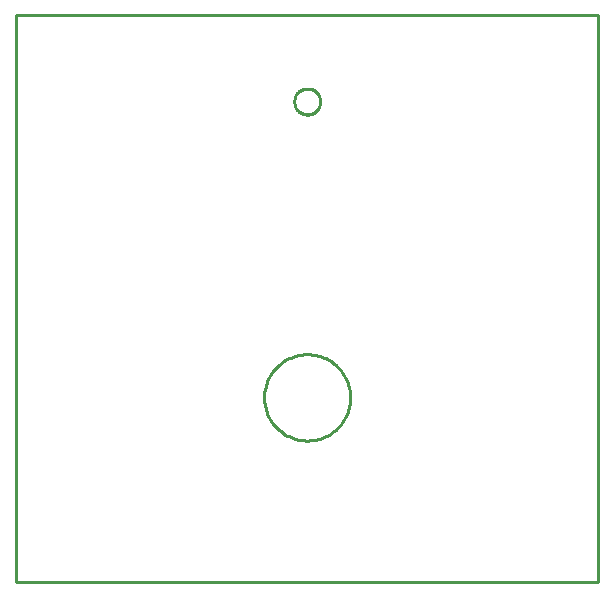
<source format=gbr>
G04 EAGLE Gerber RS-274X export*
G75*
%MOMM*%
%FSLAX34Y34*%
%LPD*%
%IN*%
%IPPOS*%
%AMOC8*
5,1,8,0,0,1.08239X$1,22.5*%
G01*
%ADD10C,0.254000*%


D10*
X8500Y0D02*
X501500Y0D01*
X501500Y480000D01*
X8500Y480000D01*
X8500Y0D01*
X291500Y155657D02*
X291422Y153972D01*
X291267Y152293D01*
X291033Y150622D01*
X290724Y148964D01*
X290337Y147322D01*
X289876Y145700D01*
X289340Y144101D01*
X288731Y142528D01*
X288049Y140985D01*
X287298Y139476D01*
X286477Y138002D01*
X285589Y136568D01*
X284636Y135177D01*
X283619Y133831D01*
X282542Y132533D01*
X281406Y131287D01*
X280213Y130094D01*
X278967Y128958D01*
X277669Y127881D01*
X276323Y126864D01*
X274932Y125911D01*
X273498Y125023D01*
X272024Y124202D01*
X270515Y123451D01*
X268972Y122769D01*
X267399Y122160D01*
X265800Y121624D01*
X264178Y121163D01*
X262536Y120776D01*
X260878Y120467D01*
X259208Y120234D01*
X257528Y120078D01*
X255843Y120000D01*
X254157Y120000D01*
X252472Y120078D01*
X250793Y120234D01*
X249122Y120467D01*
X247464Y120776D01*
X245822Y121163D01*
X244200Y121624D01*
X242601Y122160D01*
X241028Y122769D01*
X239485Y123451D01*
X237976Y124202D01*
X236502Y125023D01*
X235068Y125911D01*
X233677Y126864D01*
X232331Y127881D01*
X231033Y128958D01*
X229787Y130094D01*
X228594Y131287D01*
X227458Y132533D01*
X226381Y133831D01*
X225364Y135177D01*
X224411Y136568D01*
X223523Y138002D01*
X222702Y139476D01*
X221951Y140985D01*
X221269Y142528D01*
X220660Y144101D01*
X220124Y145700D01*
X219663Y147322D01*
X219276Y148964D01*
X218967Y150622D01*
X218734Y152293D01*
X218578Y153972D01*
X218500Y155657D01*
X218500Y157343D01*
X218578Y159028D01*
X218734Y160708D01*
X218967Y162378D01*
X219276Y164036D01*
X219663Y165678D01*
X220124Y167300D01*
X220660Y168899D01*
X221269Y170472D01*
X221951Y172015D01*
X222702Y173524D01*
X223523Y174998D01*
X224411Y176432D01*
X225364Y177823D01*
X226381Y179169D01*
X227458Y180467D01*
X228594Y181713D01*
X229787Y182906D01*
X231033Y184042D01*
X232331Y185119D01*
X233677Y186136D01*
X235068Y187089D01*
X236502Y187977D01*
X237976Y188798D01*
X239485Y189549D01*
X241028Y190231D01*
X242601Y190840D01*
X244200Y191376D01*
X245822Y191837D01*
X247464Y192224D01*
X249122Y192533D01*
X250793Y192767D01*
X252472Y192922D01*
X254157Y193000D01*
X255843Y193000D01*
X257528Y192922D01*
X259208Y192767D01*
X260878Y192533D01*
X262536Y192224D01*
X264178Y191837D01*
X265800Y191376D01*
X267399Y190840D01*
X268972Y190231D01*
X270515Y189549D01*
X272024Y188798D01*
X273498Y187977D01*
X274932Y187089D01*
X276323Y186136D01*
X277669Y185119D01*
X278967Y184042D01*
X280213Y182906D01*
X281406Y181713D01*
X282542Y180467D01*
X283619Y179169D01*
X284636Y177823D01*
X285589Y176432D01*
X286477Y174998D01*
X287298Y173524D01*
X288049Y172015D01*
X288731Y170472D01*
X289340Y168899D01*
X289876Y167300D01*
X290337Y165678D01*
X290724Y164036D01*
X291033Y162378D01*
X291267Y160708D01*
X291422Y159028D01*
X291500Y157343D01*
X291500Y155657D01*
X266000Y406568D02*
X265932Y405706D01*
X265797Y404852D01*
X265595Y404012D01*
X265328Y403190D01*
X264997Y402391D01*
X264605Y401621D01*
X264153Y400884D01*
X263645Y400185D01*
X263084Y399527D01*
X262473Y398916D01*
X261815Y398355D01*
X261116Y397847D01*
X260379Y397395D01*
X259609Y397003D01*
X258810Y396672D01*
X257988Y396405D01*
X257148Y396203D01*
X256294Y396068D01*
X255432Y396000D01*
X254568Y396000D01*
X253706Y396068D01*
X252852Y396203D01*
X252012Y396405D01*
X251190Y396672D01*
X250391Y397003D01*
X249621Y397395D01*
X248884Y397847D01*
X248185Y398355D01*
X247527Y398916D01*
X246916Y399527D01*
X246355Y400185D01*
X245847Y400884D01*
X245395Y401621D01*
X245003Y402391D01*
X244672Y403190D01*
X244405Y404012D01*
X244203Y404852D01*
X244068Y405706D01*
X244000Y406568D01*
X244000Y407432D01*
X244068Y408294D01*
X244203Y409148D01*
X244405Y409988D01*
X244672Y410810D01*
X245003Y411609D01*
X245395Y412379D01*
X245847Y413116D01*
X246355Y413815D01*
X246916Y414473D01*
X247527Y415084D01*
X248185Y415645D01*
X248884Y416153D01*
X249621Y416605D01*
X250391Y416997D01*
X251190Y417328D01*
X252012Y417595D01*
X252852Y417797D01*
X253706Y417932D01*
X254568Y418000D01*
X255432Y418000D01*
X256294Y417932D01*
X257148Y417797D01*
X257988Y417595D01*
X258810Y417328D01*
X259609Y416997D01*
X260379Y416605D01*
X261116Y416153D01*
X261815Y415645D01*
X262473Y415084D01*
X263084Y414473D01*
X263645Y413815D01*
X264153Y413116D01*
X264605Y412379D01*
X264997Y411609D01*
X265328Y410810D01*
X265595Y409988D01*
X265797Y409148D01*
X265932Y408294D01*
X266000Y407432D01*
X266000Y406568D01*
M02*

</source>
